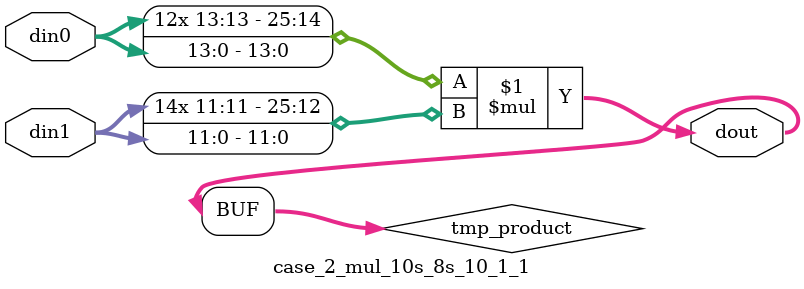
<source format=v>

`timescale 1 ns / 1 ps

 module case_2_mul_10s_8s_10_1_1(din0, din1, dout);
parameter ID = 1;
parameter NUM_STAGE = 0;
parameter din0_WIDTH = 14;
parameter din1_WIDTH = 12;
parameter dout_WIDTH = 26;

input [din0_WIDTH - 1 : 0] din0; 
input [din1_WIDTH - 1 : 0] din1; 
output [dout_WIDTH - 1 : 0] dout;

wire signed [dout_WIDTH - 1 : 0] tmp_product;



























assign tmp_product = $signed(din0) * $signed(din1);








assign dout = tmp_product;





















endmodule

</source>
